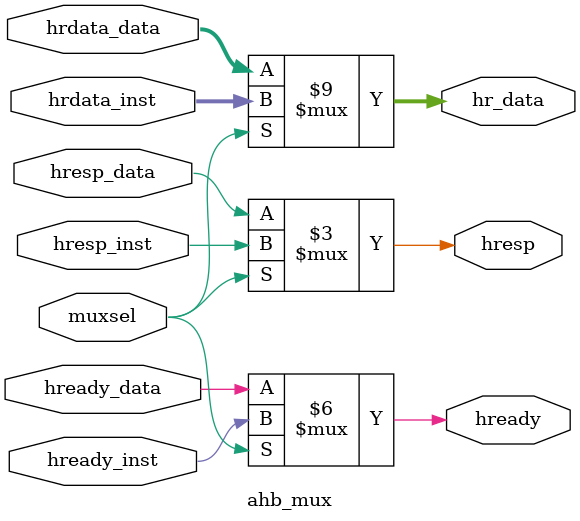
<source format=sv>
/*module ahb_mux (
    input  logic        hready_inst, hready_data, hresp_inst, hresp_data,
    input  logic [31:0] hrdata_inst, hrdata_data,
    input  logic        muxsel,  // 0: RAM, 1: ROM
    output logic [31:0] hr_data,
    output logic        hready,
    output logic        hresp
);

always_comb begin
    // Default values
    hr_data = 32'b0;
    hready       = 1;
    hresp        = 0;

    if (muxsel) begin
        // ROM selected
        hr_data = hrdata_inst;
        hready       = hready_inst;
        hresp        = hresp_inst;
    end else begin
        // RAM selected
        hr_data = hrdata_data;
        hready       = hready_data;
        hresp        = hresp_data;
    end
end

endmodule*/

module ahb_mux (
    input  logic        hready_inst, hready_data, hresp_inst, hresp_data,
    input  logic [31:0] hrdata_inst, hrdata_data,
    input  logic        muxsel,  // 0: RAM, 1: ROM
    output logic [31:0] hr_data,
    output logic        hready,
    output logic        hresp
);


    always_comb begin
  
        if (muxsel) begin
            // ROM selected
            hr_data = hrdata_inst;
            hready  = hready_inst;
            hresp   = hresp_inst;
        end else begin
            // RAM selected
            hr_data = hrdata_data;
            hready  = hready_data;
            hresp   = hresp_data;
        end
    end

endmodule

</source>
